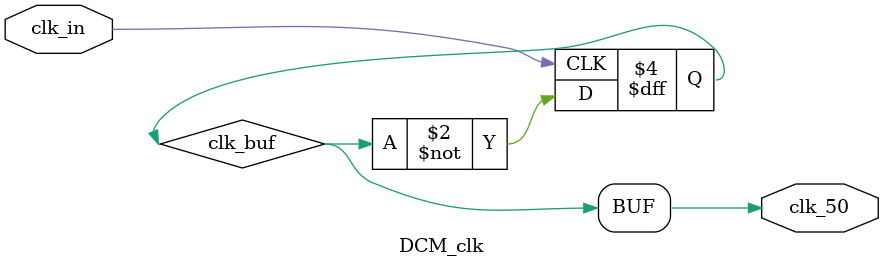
<source format=v>

module DCM_clk(
	input  clk_in,
	output clk_50
    );
	
	// reg [1:0] cnt = 2'd0;
	reg clk_buf = 1'b0;
	
	// --------------------------------------------- process_DCM
	always @(posedge clk_in)
	begin
        clk_buf <= ~ clk_buf;
	end
	
	assign clk_50 = clk_buf;
endmodule

</source>
